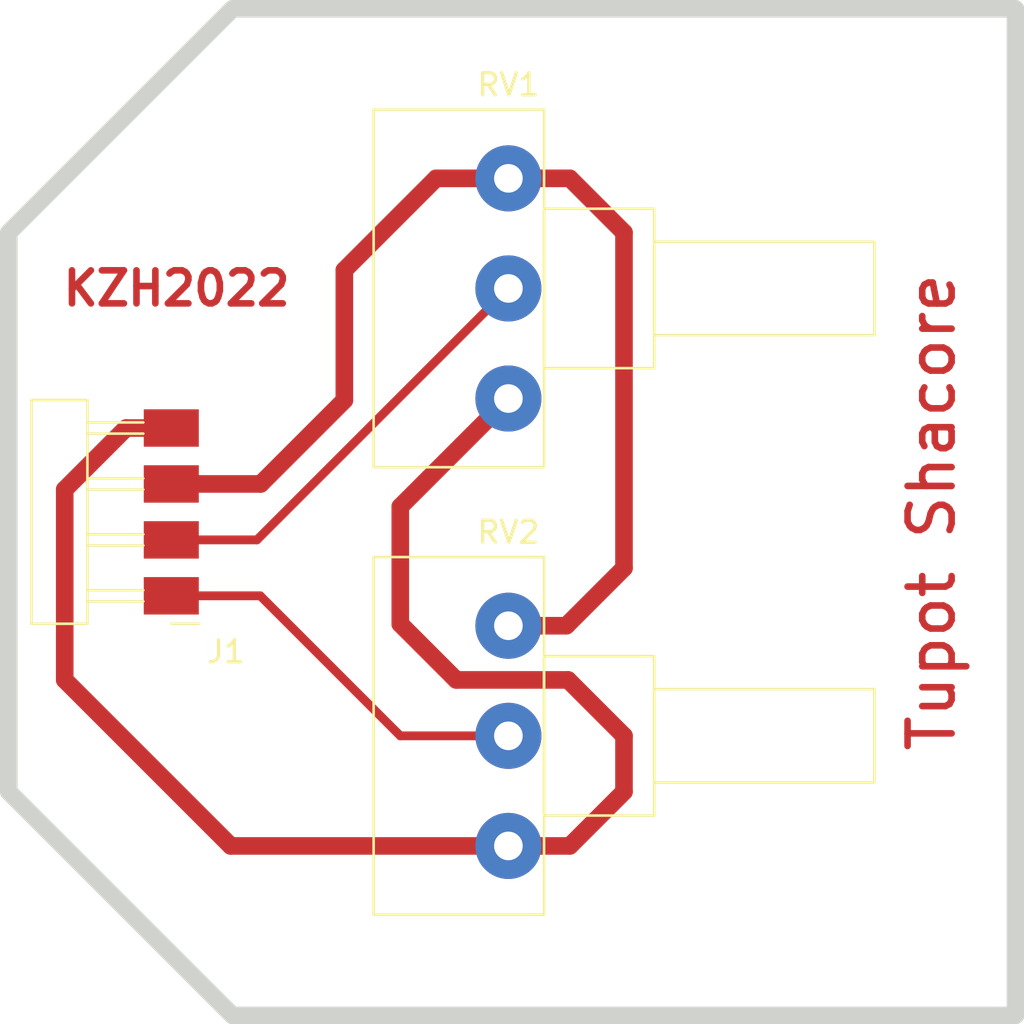
<source format=kicad_pcb>
(kicad_pcb (version 20211014) (generator pcbnew)
  (layers (0 "F.Cu" signal) (31 "B.Cu" signal) (34 "B.Paste" user) (35 "F.Paste" user) (36 "B.SilkS" user "B.Silkscreen") (37 "F.SilkS" user "F.Silkscreen") (38 "B.Mask" user) (39 "F.Mask" user) (44 "Edge.Cuts" user))
  (net 0 "")
  (net 1 "/GPIO22")
  (net 2 "/GPIO23")
  (net 3 "GND")
  (net 4 "VCC")
  (footprint "Potentiometer_THT:Potentiometer_Piher_T-16H_Single_Horizontal" (layer "F.Cu") (at 157.31 101.52)
    (fp_text reference "RV2" (at 0 -14.25) (layer "F.SilkS"))
    (fp_text value "R_POT_10K_Trimmer")
    (fp_line (start 6.62 -7.12) (end 6.62 -2.88) (layer "F.SilkS") (width 0.12))
    (fp_line (start 16.62 -7.12) (end 16.62 -2.88) (layer "F.SilkS") (width 0.12))
    (fp_line (start 1.62 -1.38) (end 6.62 -1.38) (layer "F.SilkS") (width 0.12))
    (fp_line (start 1.62 -13.12) (end 1.62 3.12) (layer "F.SilkS") (width 0.12))
    (fp_line (start -6.12 -13.12) (end 1.62 -13.12) (layer "F.SilkS") (width 0.12))
    (fp_line (start 6.62 -7.12) (end 16.62 -7.12) (layer "F.SilkS") (width 0.12))
    (fp_line (start -6.12 -13.12) (end -6.12 3.12) (layer "F.SilkS") (width 0.12))
    (fp_line (start 1.62 -8.62) (end 1.62 -1.38) (layer "F.SilkS") (width 0.12))
    (fp_line (start 6.62 -8.62) (end 6.62 -1.38) (layer "F.SilkS") (width 0.12))
    (fp_line (start -6.12 3.12) (end 1.62 3.12) (layer "F.SilkS") (width 0.12))
    (fp_line (start 1.62 -8.62) (end 6.62 -8.62) (layer "F.SilkS") (width 0.12))
    (fp_line (start 6.62 -2.88) (end 16.62 -2.88) (layer "F.SilkS") (width 0.12))
    (pad "1" thru_hole circle (at 0 0) (size 3 3) (drill 1.3) (layers *.Cu *.Mask) (net 4 "VCC"))
    (pad "2" thru_hole circle (at 0 -5) (size 3 3) (drill 1.3) (layers *.Cu *.Mask) (net 1 "/GPIO22"))
    (pad "3" thru_hole circle (at 0 -10) (size 3 3) (drill 1.3) (layers *.Cu *.Mask) (net 3 "GND"))
  )
  (footprint "Potentiometer_THT:Potentiometer_Piher_T-16H_Single_Horizontal" (layer "F.Cu") (at 157.31 81.2)
    (fp_text reference "RV1" (at 0 -14.25) (layer "F.SilkS"))
    (fp_text value "R_POT_10K_Trimmer")
    (fp_line (start 16.62 -7.12) (end 16.62 -2.88) (layer "F.SilkS") (width 0.12))
    (fp_line (start 1.62 -8.62) (end 6.62 -8.62) (layer "F.SilkS") (width 0.12))
    (fp_line (start 1.62 -1.38) (end 6.62 -1.38) (layer "F.SilkS") (width 0.12))
    (fp_line (start 6.62 -8.62) (end 6.62 -1.38) (layer "F.SilkS") (width 0.12))
    (fp_line (start 6.62 -2.88) (end 16.62 -2.88) (layer "F.SilkS") (width 0.12))
    (fp_line (start 1.62 -13.12) (end 1.62 3.12) (layer "F.SilkS") (width 0.12))
    (fp_line (start -6.12 3.12) (end 1.62 3.12) (layer "F.SilkS") (width 0.12))
    (fp_line (start 6.62 -7.12) (end 16.62 -7.12) (layer "F.SilkS") (width 0.12))
    (fp_line (start -6.12 -13.12) (end 1.62 -13.12) (layer "F.SilkS") (width 0.12))
    (fp_line (start 1.62 -8.62) (end 1.62 -1.38) (layer "F.SilkS") (width 0.12))
    (fp_line (start 6.62 -7.12) (end 6.62 -2.88) (layer "F.SilkS") (width 0.12))
    (fp_line (start -6.12 -13.12) (end -6.12 3.12) (layer "F.SilkS") (width 0.12))
    (pad "1" thru_hole circle (at 0 0) (size 3 3) (drill 1.3) (layers *.Cu *.Mask) (net 4 "VCC"))
    (pad "2" thru_hole circle (at 0 -5) (size 3 3) (drill 1.3) (layers *.Cu *.Mask) (net 2 "/GPIO23"))
    (pad "3" thru_hole circle (at 0 -10) (size 3 3) (drill 1.3) (layers *.Cu *.Mask) (net 3 "GND"))
  )
  (footprint "fab:PinHeader_1x04_P2.54mm_Horizontal_SMD" (layer "F.Cu") (at 142 90.16 180)
    (fp_text reference "J1" (at -1.524 -2.54) (layer "F.SilkS") (effects (justify left)))
    (fp_text value "1x4")
    (fp_line (start 3.81 8.89) (end 3.81 -1.27) (layer "F.SilkS") (width 0.12))
    (fp_line (start 3.81 -0.254) (end 1.27 -0.254) (layer "F.SilkS") (width 0.12))
    (fp_line (start 6.35 -1.27) (end 6.35 8.89) (layer "F.SilkS") (width 0.12))
    (fp_line (start 3.81 7.874) (end 1.27 7.874) (layer "F.SilkS") (width 0.12))
    (fp_line (start 3.81 2.286) (end 1.27 2.286) (layer "F.SilkS") (width 0.12))
    (fp_line (start 3.81 5.334) (end 1.27 5.334) (layer "F.SilkS") (width 0.12))
    (fp_line (start 3.81 7.366) (end 1.27 7.366) (layer "F.SilkS") (width 0.12))
    (fp_line (start 6.35 8.89) (end 3.81 8.89) (layer "F.SilkS") (width 0.12))
    (fp_line (start 3.81 -1.27) (end 6.35 -1.27) (layer "F.SilkS") (width 0.12))
    (fp_line (start -1.27 -1.27) (end 0 -1.27) (layer "F.SilkS") (width 0.12))
    (fp_line (start 3.81 0.254) (end 1.27 0.254) (layer "F.SilkS") (width 0.12))
    (fp_line (start 3.81 2.794) (end 1.27 2.794) (layer "F.SilkS") (width 0.12))
    (fp_line (start 3.81 4.826) (end 1.27 4.826) (layer "F.SilkS") (width 0.12))
    (pad "1" smd rect locked (at 0 0 180) (size 2.5 1.7) (layers "F.Cu" "F.Paste" "F.Mask") (net 1 "/GPIO22"))
    (pad "2" smd rect locked (at 0 2.54 180) (size 2.5 1.7) (layers "F.Cu" "F.Paste" "F.Mask") (net 2 "/GPIO23"))
    (pad "3" smd rect locked (at 0 5.08 180) (size 2.5 1.7) (layers "F.Cu" "F.Paste" "F.Mask") (net 3 "GND"))
    (pad "4" smd rect locked (at 0 7.62 180) (size 2.5 1.7) (layers "F.Cu" "F.Paste" "F.Mask") (net 4 "VCC"))
  )
  (gr_poly (pts (xy 180.34 109.22) (xy 144.78 109.22) (xy 134.62 99.06) (xy 134.62 73.66) (xy 144.78 63.5) (xy 180.34 63.5)) (layer "Edge.Cuts") (width 0.8) (fill none))
  (gr_text "Tupot Shacore" (at 176.53 86.36 90) (layer "F.Cu") (effects (font (size 2 2) (thickness 0.3))))
  (gr_text "KZH2022" (at 142.24 76.2) (layer "F.Cu") (effects (font (size 1.5 1.5) (thickness 0.3))))
  (segment (start 146.04 90.16) (end 152.4 96.52) (width 0.4) (layer "F.Cu") (net 1))
  (segment (start 142 90.16) (end 146.04 90.16) (width 0.4) (layer "F.Cu") (net 1))
  (segment (start 152.4 96.52) (end 157.31 96.52) (width 0.4) (layer "F.Cu") (net 1))
  (segment (start 142 87.62) (end 145.89 87.62) (width 0.4) (layer "F.Cu") (net 2))
  (segment (start 145.89 87.62) (end 157.31 76.2) (width 0.4) (layer "F.Cu") (net 2))
  (segment (start 154.028144 71.2) (end 157.31 71.2) (width 0.8) (layer "F.Cu") (net 3))
  (segment (start 149.86 81.28) (end 149.86 75.368144) (width 0.8) (layer "F.Cu") (net 3))
  (segment (start 157.31 71.2) (end 160.1 71.2) (width 0.8) (layer "F.Cu") (net 3))
  (segment (start 162.56 88.9) (end 159.94 91.52) (width 0.8) (layer "F.Cu") (net 3))
  (segment (start 146.06 85.08) (end 149.86 81.28) (width 0.8) (layer "F.Cu") (net 3))
  (segment (start 142 85.08) (end 146.06 85.08) (width 0.8) (layer "F.Cu") (net 3))
  (segment (start 159.94 91.52) (end 157.31 91.52) (width 0.8) (layer "F.Cu") (net 3))
  (segment (start 149.86 75.368144) (end 154.028144 71.2) (width 0.8) (layer "F.Cu") (net 3))
  (segment (start 160.1 71.2) (end 162.56 73.66) (width 0.8) (layer "F.Cu") (net 3))
  (segment (start 162.56 73.66) (end 162.56 88.9) (width 0.8) (layer "F.Cu") (net 3))
  (segment (start 137.16 85.33) (end 137.16 93.98) (width 0.8) (layer "F.Cu") (net 4))
  (segment (start 142 82.54) (end 139.95 82.54) (width 0.8) (layer "F.Cu") (net 4))
  (segment (start 162.56 99.06) (end 162.56 96.52) (width 0.8) (layer "F.Cu") (net 4))
  (segment (start 162.56 96.52) (end 160.02 93.98) (width 0.8) (layer "F.Cu") (net 4))
  (segment (start 160.02 93.98) (end 154.94 93.98) (width 0.8) (layer "F.Cu") (net 4))
  (segment (start 152.4 91.44) (end 152.4 86.11) (width 0.8) (layer "F.Cu") (net 4))
  (segment (start 137.16 93.98) (end 144.7 101.52) (width 0.8) (layer "F.Cu") (net 4))
  (segment (start 152.4 86.11) (end 157.31 81.2) (width 0.8) (layer "F.Cu") (net 4))
  (segment (start 144.7 101.52) (end 157.31 101.52) (width 0.8) (layer "F.Cu") (net 4))
  (segment (start 157.31 101.52) (end 160.1 101.52) (width 0.8) (layer "F.Cu") (net 4))
  (segment (start 139.95 82.54) (end 137.16 85.33) (width 0.8) (layer "F.Cu") (net 4))
  (segment (start 160.1 101.52) (end 162.56 99.06) (width 0.8) (layer "F.Cu") (net 4))
  (segment (start 154.94 93.98) (end 152.4 91.44) (width 0.8) (layer "F.Cu") (net 4))
)
</source>
